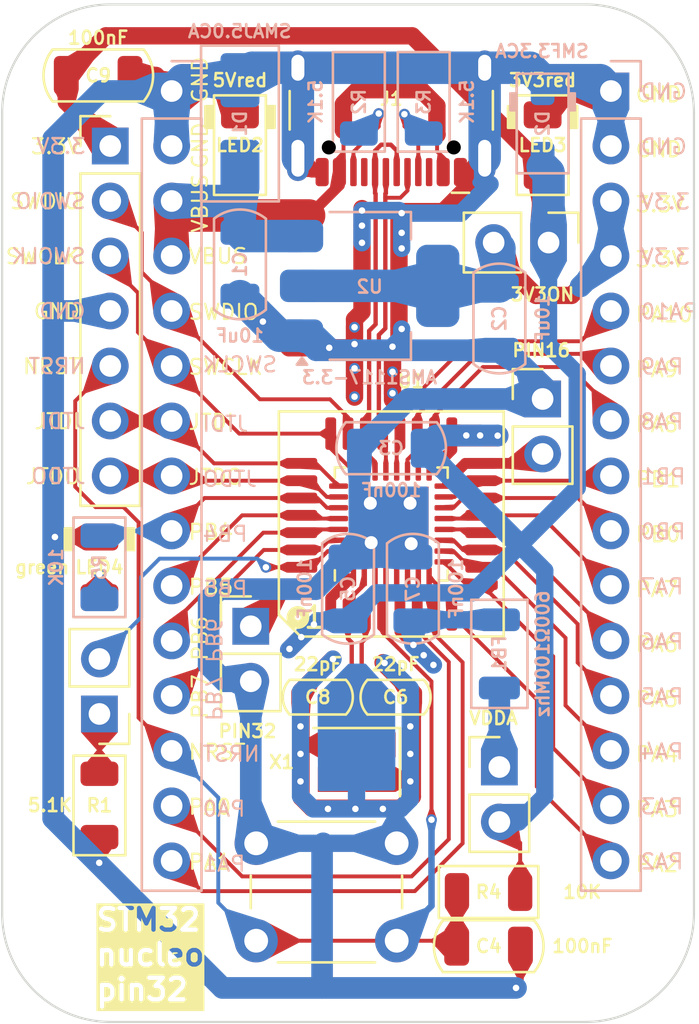
<source format=kicad_pcb>
(kicad_pcb (version 20241229) (generator "pcbnew") (generator_version "9.0")
  (layers (0 "F.Cu" signal) (2 "B.Cu" signal) (13 "F.Paste" user) (15 "B.Paste" user) (5 "F.SilkS" user "F.Silkscreen") (7 "B.SilkS" user "B.Silkscreen") (1 "F.Mask" user) (3 "B.Mask" user) (25 "Edge.Cuts" user))
  (net 0 "")
  (net 1 "VBUS")
  (net 2 "GND")
  (net 3 "/USB-")
  (net 4 "+3.3V")
  (net 5 "/NRST")
  (net 6 "VDDA")
  (net 7 "Net-(J8-Pin_1)")
  (net 9 "Net-(J1-CC1)")
  (net 11 "Net-(J1-CC2)")
  (net 12 "/BOOT0")
  (net 13 "Net-(J2-Pin_2)")
  (net 14 "/VSS2")
  (net 15 "Net-(J4-Pin_1)")
  (net 16 "/PB1")
  (net 17 "/PB7")
  (net 18 "/PA9")
  (net 19 "/PB6")
  (net 20 "/PA8")
  (net 21 "/PB4")
  (net 22 "/PB0")
  (net 23 "/PB5")
  (net 24 "/PA10")
  (net 25 "/PA7")
  (net 26 "/PA1")
  (net 27 "/PIN3_3V")
  (net 28 "/PA3")
  (net 29 "/PA2")
  (net 30 "/PA0")
  (net 31 "/PA4")
  (net 32 "/PA6")
  (net 33 "/PA5")
  (net 34 "/USB+")
  (net 35 "/SWCLK")
  (net 36 "/SWDIO")
  (net 37 "Net-(LED4-A)")
  (net 38 "/OSC32-")
  (net 39 "/OSC32+")
  (net 40 "/JTDI")
  (net 41 "/JTDO")
  (footprint "PCM_Capacitor_SMD_AKL:C_0603_1608Metric" (layer "F.Cu") (at 100.2 108)
    (property "Reference" "C6")
    (property "Value" "22pF")
  )
  (footprint "PCM_Capacitor_SMD_AKL:C_1206_3216Metric" (layer "F.Cu") (at 104.5 119.5)
    (property "Reference" "C4")
    (property "Value" "100nF")
  )
  (footprint "Connector_USB:USB_C_Receptacle_HCTL_HC-TYPE-C-16P-01A" (layer "F.Cu") (at 100 80 180)
    (property "Reference" "J1")
    (property "Value" "USB_C_Receptacle_USB2.0_16P" (hide yes))
  )
  (footprint "PCM_Capacitor_SMD_AKL:C_0603_1608Metric" (layer "F.Cu") (at 96.6 108 180)
    (property "Reference" "C8")
    (property "Value" "22pF")
  )
  (footprint "PCM_LED_SMD_AKL:LED_1206_3216Metric" (layer "F.Cu") (at 86.5 102 -90)
    (property "Reference" "LED4")
    (property "Value" "green")
  )
  (footprint "Button_Switch_THT:SW_PUSH_6mm_H7.3mm" (layer "F.Cu") (at 93.75 114.75)
    (property "Reference" "SW1" (hide yes))
    (property "Value" "SW_Push" (hide yes))
  )
  (footprint "Crystal:Crystal_SMD_SeikoEpson_TSX3225-4Pin_3.2x2.5mm" (layer "F.Cu") (at 98.4 111 180)
    (property "Reference" "X1")
    (property "Value" "Crystal_Generic_GND24" (hide yes))
  )
  (footprint "PCM_LED_SMD_AKL:LED_1206_3216Metric" (layer "F.Cu") (at 93 82.5 -90)
    (property "Reference" "LED2")
    (property "Value" "5Vred")
  )
  (footprint "Connector_PinHeader_2.54mm:PinHeader_1x02_P2.54mm_Vertical" (layer "F.Cu") (at 105 111.225)
    (property "Reference" "J8" (hide yes))
    (property "Value" "Conn_01x02" (hide yes))
  )
  (footprint "PCM_LED_SMD_AKL:LED_1206_3216Metric" (layer "F.Cu") (at 107 82.5 -90)
    (property "Reference" "LED3")
    (property "Value" "3V3red")
  )
  (footprint "Library:LQFP-32_7x7mm_P0.8mm_QFN-32-1EP_5x5mm_P0.5mm_EP3.45x3.45mm" (layer "F.Cu") (at 100 100 90)
    (property "Reference" "U1")
    (property "Value" "STM32L432K_B-C_Ux" (hide yes))
  )
  (footprint "Connector_PinHeader_2.54mm:PinHeader_1x02_P2.54mm_Vertical" (layer "F.Cu") (at 107.275 87 -90)
    (property "Reference" "J6" (hide yes))
    (property "Value" "Conn_01x02" (hide yes))
  )
  (footprint "Connector_PinHeader_2.54mm:PinHeader_1x02_P2.54mm_Vertical" (layer "F.Cu") (at 107 94.225)
    (property "Reference" "J3" (hide yes))
    (property "Value" "Conn_01x02" (hide yes))
  )
  (footprint "PCM_Resistor_SMD_AKL:R_1206_3216Metric" (layer "F.Cu") (at 104.5 117 180)
    (property "Reference" "R4")
    (property "Value" "10K")
  )
  (footprint "Connector_PinHeader_2.54mm:PinHeader_1x07_P2.54mm_Vertical" (layer "F.Cu") (at 87 82.54)
    (property "Reference" "J16" (hide yes))
    (property "Value" "Conn_01x07" (hide yes))
  )
  (footprint "PCM_Resistor_SMD_AKL:R_1206_3216Metric" (layer "F.Cu") (at 86.5 113 90)
    (property "Reference" "R1")
    (property "Value" "5.1K")
  )
  (footprint "PCM_Capacitor_SMD_AKL:C_1206_3216Metric" (layer "F.Cu") (at 86.44 79.28)
    (property "Reference" "C9")
    (property "Value" "100nF")
  )
  (footprint "Connector_PinHeader_2.54mm:PinHeader_1x02_P2.54mm_Vertical" (layer "F.Cu") (at 86.5 108.775 180)
    (property "Reference" "J2" (hide yes))
    (property "Value" "Conn_01x02" (hide yes))
  )
  (footprint "Connector_PinHeader_2.54mm:PinHeader_1x02_P2.54mm_Vertical" (layer "F.Cu") (at 93.5 104.725)
    (property "Reference" "J4" (hide yes))
    (property "Value" "Conn_01x02" (hide yes))
  )
  (footprint "PCM_Capacitor_SMD_AKL:C_1206_3216Metric" (layer "B.Cu") (at 93 88 -90)
    (property "Reference" "C1")
    (property "Value" "10uF")
  )
  (footprint "PCM_Resistor_SMD_AKL:R_1206_3216Metric" (layer "B.Cu") (at 98.5 80.5 90)
    (property "Reference" "R2")
    (property "Value" "5.1K")
  )
  (footprint "PCM_Capacitor_SMD_AKL:C_1206_3216Metric" (layer "B.Cu") (at 105 90.5 -90)
    (property "Reference" "C2")
    (property "Value" "10uF")
  )
  (footprint "PCM_Capacitor_SMD_AKL:C_1206_3216Metric" (layer "B.Cu") (at 98 103 90)
    (property "Reference" "C5")
    (property "Value" "100nF")
  )
  (footprint "Connector_PinHeader_2.54mm:PinHeader_1x15_P2.54mm_Vertical" (layer "B.Cu") (at 110.16 80 180)
    (property "Reference" "J7" (hide yes))
    (property "Value" "Conn_01x15" (hide yes))
  )
  (footprint "Connector_PinHeader_2.54mm:PinHeader_1x15_P2.54mm_Vertical" (layer "B.Cu") (at 89.84 80 180)
    (property "Reference" "J5" (hide yes))
    (property "Value" "Conn_01x15" (hide yes))
  )
  (footprint "PCM_Diode_SMD_AKL:D_SMA_TVS" (layer "B.Cu") (at 93 81.5 -90)
    (property "Reference" "D1")
    (property "Value" "SMAJ5.0CA")
  )
  (footprint "Package_TO_SOT_SMD:SOT-223-3_TabPin2" (layer "B.Cu") (at 99 89)
    (property "Reference" "U2")
    (property "Value" "AMS1117-3.3")
  )
  (footprint "PCM_Diode_SMD_AKL:D_SOD-123F" (layer "B.Cu") (at 107 81.5 -90)
    (property "Reference" "D2")
    (property "Value" "SMF3.3CA")
  )
  (footprint "PCM_Capacitor_SMD_AKL:C_1206_3216Metric" (layer "B.Cu") (at 101 103 90)
    (property "Reference" "C7")
    (property "Value" "100nF")
  )
  (footprint "PCM_Resistor_SMD_AKL:R_1206_3216Metric" (layer "B.Cu") (at 101.5 80.5 90)
    (property "Reference" "R3")
    (property "Value" "5.1K")
  )
  (footprint "PCM_Ferrite_SMD_AKL:Ferrite_1206_3216Metric" (layer "B.Cu") (at 105 106 90)
    (property "Reference" "FB1")
    (property "Value" "600Ω100Mhz")
  )
  (footprint "PCM_Resistor_SMD_AKL:R_1206_3216Metric" (layer "B.Cu") (at 86.5 102 -90)
    (property "Reference" "R5")
    (property "Value" "10K")
  )
  (footprint "PCM_Capacitor_SMD_AKL:C_1206_3216Metric" (layer "B.Cu") (at 100 96.5 180)
    (property "Reference" "C3")
    (property "Value" "100nF")
  )
  (gr_poly (pts (xy 98.07 106.55) (xy 96.69 107.94) (xy 96.71 112.24) (xy 100.09 112.21) (xy 100.08 107.99) (xy 98.77 106.55)) (stroke (width 0.2)) (fill yes) (layer "B.Cu") (net 2))
  (gr_rect (start 98.38 98.37) (end 101.62 101.65) (stroke (width 0.2)) (fill yes) (layer "B.Cu") (net 2))
  (gr_line (start 114 81) (end 114 118) (stroke (width 0.1)) (layer "Edge.Cuts"))
  (gr_line (start 82 118) (end 82 81) (stroke (width 0.1)) (layer "Edge.Cuts"))
  (gr_arc (start 82 81) (mid 83.464466 77.464466) (end 87 76) (stroke (width 0.1)) (layer "Edge.Cuts"))
  (gr_line (start 87 76) (end 109 76) (stroke (width 0.1)) (layer "Edge.Cuts"))
  (gr_arc (start 114 118) (mid 112.535534 121.535534) (end 109 123) (stroke (width 0.1)) (layer "Edge.Cuts"))
  (gr_arc (start 109 76) (mid 112.535534 77.464466) (end 114 81) (stroke (width 0.1)) (layer "Edge.Cuts"))
  (gr_line (start 109 123) (end 87 123) (stroke (width 0.1)) (layer "Edge.Cuts"))
  (gr_arc (start 87 123) (mid 83.464466 121.535534) (end 82 118) (stroke (width 0.1)) (layer "Edge.Cuts"))
  (gr_text "GND\n" (at 91.56 83.65 90) (layer "F.SilkS") (effects (font (size 0.7 0.7) (thickness 0.1)) (justify left bottom)))
  (gr_text "PIN32" (at 91.94 109.92 0) (layer "F.SilkS") (effects (font (size 0.6 0.6) (thickness 0.12) (bold yes)) (justify left bottom)))
  (gr_text "SWDIO" (at 82.3 85.51 0) (layer "F.SilkS") (effects (font (size 0.7 0.7) (thickness 0.1)) (justify left bottom)))
  (gr_text "SWDIO" (at 90.56 90.62 0) (layer "F.SilkS") (effects (font (size 0.7 0.7) (thickness 0.1)) (justify left bottom)))
  (gr_text "PA7" (at 111.24 103.43 0) (layer "F.SilkS") (effects (font (size 0.7 0.7) (thickness 0.1)) (justify left bottom)))
  (gr_text "PA9" (at 111.24 93.27 0) (layer "F.SilkS") (effects (font (size 0.7 0.7) (thickness 0.1)) (justify left bottom)))
  (gr_text "3.3V" (at 111.24 85.65 0) (layer "F.SilkS") (effects (font (size 0.7 0.7) (thickness 0.1)) (justify left bottom)))
  (gr_text "NRST" (at 90.56 110.94 0) (layer "F.SilkS") (effects (font (size 0.7 0.7) (thickness 0.1)) (justify left bottom)))
  (gr_text "JTDI" (at 83.433334 95.67 0) (layer "F.SilkS") (effects (font (size 0.7 0.7) (thickness 0.1)) (justify left bottom)))
  (gr_text "JTDI" (at 90.56 95.7 0) (layer "F.SilkS") (effects (font (size 0.7 0.7) (thickness 0.1)) (justify left bottom)))
  (gr_text "VBUS" (at 90.56 88.04 0) (layer "F.SilkS") (effects (font (size 0.7 0.7) (thickness 0.1)) (justify left bottom)))
  (gr_text "JTDO" (at 90.56 98.24 0) (layer "F.SilkS") (effects (font (size 0.7 0.7) (thickness 0.1)) (justify left bottom)))
  (gr_text "GND\n" (at 91.56 80.61 90) (layer "F.SilkS") (effects (font (size 0.7 0.7) (thickness 0.1)) (justify left bottom)))
  (gr_text "PB5" (at 90.56 103.32 0) (layer "F.SilkS") (effects (font (size 0.7 0.7) (thickness 0.1)) (justify left bottom)))
  (gr_text "PA4" (at 111.24 111.05 0) (layer "F.SilkS") (effects (font (size 0.7 0.7) (thickness 0.1)) (justify left bottom)))
  (gr_text "SWCLK" (at 90.56 93.16 0) (layer "F.SilkS") (effects (font (size 0.7 0.7) (thickness 0.1)) (justify left bottom)))
  (gr_text "NRST" (at 82.9 93.13 0) (layer "F.SilkS") (effects (font (size 0.7 0.7) (thickness 0.1)) (justify left bottom)))
  (gr_text "PA1" (at 90.56 116.02 0) (layer "F.SilkS") (effects (font (size 0.7 0.7) (thickness 0.1)) (justify left bottom)))
  (gr_text "PB4" (at 90.56 100.78 0) (layer "F.SilkS") (effects (font (size 0.7 0.7) (thickness 0.1)) (justify left bottom)))
  (gr_text "PA2" (at 111.24 116.13 0) (layer "F.SilkS") (effects (font (size 0.7 0.7) (thickness 0.1)) (justify left bottom)))
  (gr_text "VDDA" (at 103.53 109.32 0) (layer "F.SilkS") (effects (font (size 0.6 0.6) (thickness 0.12) (bold yes)) (justify left bottom)))
  (gr_text "3V3ON" (at 105.46 89.75 0) (layer "F.SilkS") (effects (font (size 0.6 0.6) (thickness 0.12) (bold yes)) (justify left bottom)))
  (gr_text "PB6" (at 91.56 106.38 90) (layer "F.SilkS") (effects (font (size 0.7 0.7) (thickness 0.1)) (justify left bottom)))
  (gr_text "PB7" (at 91.56 109.07 90) (layer "F.SilkS") (effects (font (size 0.7 0.7) (thickness 0.1)) (justify left bottom)))
  (gr_text "PA6" (at 111.24 105.97 0) (layer "F.SilkS") (effects (font (size 0.7 0.7) (thickness 0.1)) (justify left bottom)))
  (gr_text "GND\n" (at 111.24 80.57 0) (layer "F.SilkS") (effects (font (size 0.7 0.7) (thickness 0.1)) (justify left bottom)))
  (gr_text "PB0" (at 111.24 100.89 0) (layer "F.SilkS") (effects (font (size 0.7 0.7) (thickness 0.1)) (justify left bottom)))
  (gr_text "GND\n" (at 111.24 83.11 0) (layer "F.SilkS") (effects (font (size 0.7 0.7) (thickness 0.1)) (justify left bottom)))
  (gr_text "PA0" (at 90.56 113.48 0) (layer "F.SilkS") (effects (font (size 0.7 0.7) (thickness 0.1)) (justify left bottom)))
  (gr_text "PB1" (at 111.24 98.35 0) (layer "F.SilkS") (effects (font (size 0.7 0.7) (thickness 0.1)) (justify left bottom)))
  (gr_text "PA8" (at 111.24 95.81 0) (layer "F.SilkS") (effects (font (size 0.7 0.7) (thickness 0.1)) (justify left bottom)))
  (gr_text "3.3V" (at 111.24 88.19 0) (layer "F.SilkS") (effects (font (size 0.7 0.7) (thickness 0.1)) (justify left bottom)))
  (gr_text "JTDO" (at 83.033334 98.21 0) (layer "F.SilkS") (effects (font (size 0.7 0.7) (thickness 0.1)) (justify left bottom)))
  (gr_text "PIN16" (at 105.53 92.33 0) (layer "F.SilkS") (effects (font (size 0.6 0.6) (thickness 0.12) (bold yes)) (justify left bottom)))
  (gr_text "STM32\nnucleo\npin32" (at 86.25 122.09 0) (layer "F.SilkS" knockout) (effects (font (size 1 1) (thickness 0.2) (bold yes)) (justify left bottom)))
  (gr_text "SWCLK" (at 82.099999 88.05 0) (layer "F.SilkS") (effects (font (size 0.7 0.7) (thickness 0.1)) (justify left bottom)))
  (gr_text "PA10" (at 111.24 90.73 0) (layer "F.SilkS") (effects (font (size 0.7 0.7) (thickness 0.1)) (justify left bottom)))
  (gr_text "VBUS" (at 91.56 86.6 90) (layer "F.SilkS") (effects (font (size 0.7 0.7) (thickness 0.1)) (justify left bottom)))
  (gr_text "PA5" (at 111.24 108.51 0) (layer "F.SilkS") (effects (font (size 0.7 0.7) (thickness 0.1)) (justify left bottom)))
  (gr_text "GND" (at 83.4 90.59 0) (layer "F.SilkS") (effects (font (size 0.7 0.7) (thickness 0.1)) (justify left bottom)))
  (gr_text "PA3" (at 111.24 113.59 0) (layer "F.SilkS") (effects (font (size 0.7 0.7) (thickness 0.1)) (justify left bottom)))
  (gr_text "3.3V" (at 83.266666 82.97 0) (layer "F.SilkS") (effects (font (size 0.7 0.7) (thickness 0.1)) (justify left bottom)))
  (gr_text "PB5" (at 93.41 103.41 -0) (layer "B.SilkS") (effects (font (size 0.7 0.7) (thickness 0.1)) (justify left bottom mirror)))
  (gr_text "NRST" (at 85.92 93.12 -0) (layer "B.SilkS") (effects (font (size 0.7 0.7) (thickness 0.1)) (justify left bottom mirror)))
  (gr_text "JTDO" (at 85.92 98.2 -0) (layer "B.SilkS") (effects (font (size 0.7 0.7) (thickness 0.1)) (justify left bottom mirror)))
  (gr_text "JTDI" (at 93.443332 95.79 -0) (layer "B.SilkS") (effects (font (size 0.7 0.7) (thickness 0.1)) (justify left bottom mirror)))
  (gr_text "PA9" (at 113.57 93.14 -0) (layer "B.SilkS") (effects (font (size 0.7 0.7) (thickness 0.1)) (justify left bottom mirror)))
  (gr_text "GND" (at 85.92 90.58 -0) (layer "B.SilkS") (effects (font (size 0.7 0.7) (thickness 0.1)) (justify left bottom mirror)))
  (gr_text "JTDI" (at 85.92 95.66 -0) (layer "B.SilkS") (effects (font (size 0.7 0.7) (thickness 0.1)) (justify left bottom mirror)))
  (gr_text "PA7" (at 113.57 103.3 -0) (layer "B.SilkS") (effects (font (size 0.7 0.7) (thickness 0.1)) (justify left bottom mirror)))
  (gr_text "PA6" (at 113.57 105.84 -0) (layer "B.SilkS") (effects (font (size 0.7 0.7) (thickness 0.1)) (justify left bottom mirror)))
  (gr_text "GND\n" (at 113.736666 80.44 -0) (layer "B.SilkS") (effects (font (size 0.7 0.7) (thickness 0.1)) (justify left bottom mirror)))
  (gr_text "PB1" (at 113.67 98.22 -0) (layer "B.SilkS") (effects (font (size 0.7 0.7) (thickness 0.1)) (justify left bottom mirror)))
  (gr_text "3.3V" (at 85.92 82.96 -0) (layer "B.SilkS") (effects (font (size 0.7 0.7) (thickness 0.1)) (justify left bottom mirror)))
  (gr_text "3.3V" (at 113.87 88.06 -0) (layer "B.SilkS") (effects (font (size 0.7 0.7) (thickness 0.1)) (justify left bottom mirror)))
  (gr_text "NRST" (at 93.976666 111.03 -0) (layer "B.SilkS") (effects (font (size 0.7 0.7) (thickness 0.1)) (justify left bottom mirror)))
  (gr_text "PB0" (at 113.67 100.76 -0) (layer "B.SilkS") (effects (font (size 0.7 0.7) (thickness 0.1)) (justify left bottom mirror)))
  (gr_text "PB7" (at 91.353333 109.16 -90) (layer "B.SilkS") (effects (font (size 0.7 0.7) (thickness 0.1)) (justify left bottom mirror)))
  (gr_text "PB6" (at 91.353333 106.47 -90) (layer "B.SilkS") (effects (font (size 0.7 0.7) (thickness 0.1)) (justify left bottom mirror)))
  (gr_text "JTDO" (at 93.843332 98.33 -0) (layer "B.SilkS") (effects (font (size 0.7 0.7) (thickness 0.1)) (justify left bottom mirror)))
  (gr_text "PA2" (at 113.57 116 -0) (layer "B.SilkS") (effects (font (size 0.7 0.7) (thickness 0.1)) (justify left bottom mirror)))
  (gr_text "SWCLK" (at 85.92 88.04 -0) (layer "B.SilkS") (effects (font (size 0.7 0.7) (thickness 0.1)) (justify left bottom mirror)))
  (gr_text "SWDIO" (at 85.92 85.5 -0) (layer "B.SilkS") (effects (font (size 0.7 0.7) (thickness 0.1)) (justify left bottom mirror)))
  (gr_text "PA4" (at 113.57 110.92 -0) (layer "B.SilkS") (effects (font (size 0.7 0.7) (thickness 0.1)) (justify left bottom mirror)))
  (gr_text "SWCLK" (at 94.776667 93.04 -0) (layer "B.SilkS") (effects (font (size 0.7 0.7) (thickness 0.1)) (justify left bottom mirror)))
  (gr_text "GND\n" (at 113.736666 82.98 -0) (layer "B.SilkS") (effects (font (size 0.7 0.7) (thickness 0.1)) (justify left bottom mirror)))
  (gr_text "PA8" (at 113.57 95.68 -0) (layer "B.SilkS") (effects (font (size 0.7 0.7) (thickness 0.1)) (justify left bottom mirror)))
  (gr_text "PA3" (at 113.57 113.46 -0) (layer "B.SilkS") (effects (font (size 0.7 0.7) (thickness 0.1)) (justify left bottom mirror)))
  (gr_text "PA1" (at 93.31 116.11 -0) (layer "B.SilkS") (effects (font (size 0.7 0.7) (thickness 0.1)) (justify left bottom mirror)))
  (gr_text "PA10" (at 114.236667 90.6 -0) (layer "B.SilkS") (effects (font (size 0.7 0.7) (thickness 0.1)) (justify left bottom mirror)))
  (gr_text "PA5" (at 113.57 108.38 -0) (layer "B.SilkS") (effects (font (size 0.7 0.7) (thickness 0.1)) (justify left bottom mirror)))
  (gr_text "3.3V" (at 113.87 85.52 -0) (layer "B.SilkS") (effects (font (size 0.7 0.7) (thickness 0.1)) (justify left bottom mirror)))
  (gr_text "PA0" (at 93.31 113.57 -0) (layer "B.SilkS") (effects (font (size 0.7 0.7) (thickness 0.1)) (justify left bottom mirror)))
  (gr_text "PB4" (at 93.41 100.87 -0) (layer "B.SilkS") (effects (font (size 0.7 0.7) (thickness 0.1)) (justify left bottom mirror)))
  (segment (start 102.12 82.01) (end 102.12 82.791008) (width 0.18) (layer "F.Cu") (net 1))
  (segment (start 97.79 81.82) (end 97.786 81.816) (width 0.8) (layer "F.Cu") (net 1))
  (segment (start 102.11 80.68) (end 102.11 82) (width 0.8) (layer "F.Cu") (net 1))
  (segment (start 90.51 85.75) (end 89.84 85.08) (width 1.5) (layer "F.Cu") (net 1))
  (segment (start 102.12 82.791008) (end 102.4 83.071008) (width 0.18) (layer "F.Cu") (net 1))
  (segment (start 89.84 87.62) (end 89.84 85.08) (width 1.5) (layer "F.Cu") (net 1))
  (segment (start 101.37 79.94) (end 102.11 80.68) (width 0.8) (layer "F.Cu") (net 1))
  (segment (start 93 85.75) (end 93 83.9) (width 0.3) (layer "F.Cu") (net 1))
  (segment (start 97.79 81.82) (end 97.79 83.555) (width 0.18) (layer "F.Cu") (net 1))
  (segment (start 97.6 84.350104) (end 96.200104 85.75) (width 0.5) (layer "F.Cu") (net 1))
  (segment (start 96.200104 85.75) (end 90.51 85.75) (width 1.5) (layer "F.Cu") (net 1))
  (segment (start 97.6 83.745) (end 97.6 84.350104) (width 0.5) (layer "F.Cu") (net 1))
  (segment (start 98.45 79.94) (end 101.37 79.94) (width 0.8) (layer "F.Cu") (net 1))
  (segment (start 97.786 81.816) (end 97.786 80.604) (width 0.8) (layer "F.Cu") (net 1))
  (segment (start 97.786 80.604) (end 98.45 79.94) (width 0.8) (layer "F.Cu") (net 1))
  (segment (start 102.11 82) (end 102.12 82.01) (width 0.8) (layer "F.Cu") (net 1))
  (segment (start 102.4 83.071008) (end 102.4 83.745) (width 0.18) (layer "F.Cu") (net 1))
  (segment (start 93.175 86.7) (end 93 86.525) (width 1.5) (layer "B.Cu") (net 1))
  (segment (start 95.85 86.7) (end 93.175 86.7) (width 1.5) (layer "B.Cu") (net 1))
  (segment (start 93 83.5) (end 93 86.525) (width 1.5) (layer "B.Cu") (net 1))
  (segment (start 93 85.08) (end 93 83.5) (width 1.5) (layer "B.Cu") (net 1))
  (segment (start 89.84 85.08) (end 93 85.08) (width 1.5) (layer "B.Cu") (net 1))
  (segment (start 95.825 107.715) (end 97.3 106.24) (width 0.8) (layer "F.Cu") (net 2))
  (segment (start 98.3 92.81) (end 98.3 94.12) (width 0.8) (layer "F.Cu") (net 2))
  (segment (start 98.644 87.01) (end 98.644 86.22) (width 0.8) (layer "F.Cu") (net 2))
  (segment (start 98.3 94.12) (end 98.3 94.14) (width 0.8) (layer "F.Cu") (net 2))
  (segment (start 110.15 80.01) (end 110.16 80) (width 1) (layer "F.Cu") (net 2))
  (segment (start 98.3 90.544) (end 98.3 90.91) (width 0.8) (layer "F.Cu") (net 2))
  (segment (start 100.056 93.96) (end 100.056 91.81) (width 0.8) (layer "F.Cu") (net 2))
  (segment (start 98.3 91.86) (end 97.13 91.86) (width 0.8) (layer "F.Cu") (net 2))
  (segment (start 105.78 121.43) (end 105.975001 121.234999) (width 0.3) (layer "F.Cu") (net 2))
  (segment (start 98.3 91.86) (end 98.3 92.81) (width 0.8) (layer "F.Cu") (net 2))
  (segment (start 104.32 83.655) (end 102.405 85.57) (width 0.8) (layer "F.Cu") (net 2))
  (segment (start 100.356 91.51) (end 100.356 90.866) (width 0.8) (layer "F.Cu") (net 2))
  (segment (start 103.2 83.745) (end 103.68 83.745) (width 0.5) (layer "F.Cu") (net 2))
  (segment (start 91.9 80) (end 93 81.1) (width 0.3) (layer "F.Cu") (net 2))
  (segment (start 97.13 91.86) (end 95.27 91.86) (width 0.8) (layer "F.Cu") (net 2))
  (segment (start 100.975 108) (end 100.975 107.761282) (width 0.8) (layer "F.Cu") (net 2))
  (segment (start 98.3 91.69) (end 98.3 91.86) (width 0.8) (layer "F.Cu") (net 2))
  (segment (start 95.835 110.2) (end 95.825 110.19) (width 0.5) (layer "F.Cu") (net 2))
  (segment (start 96.32 83.745) (end 95.68 83.105) (width 0.5) (layer "F.Cu") (net 2))
  (segment (start 100.056 91.81) (end 100.356 91.51) (width 0.8) (layer "F.Cu") (net 2))
  (segment (start 100.056 92.97) (end 100.056 91.81) (width 0.8) (layer "F.Cu") (net 2))
  (segment (start 98.644 85.52) (end 98.644 85.43) (width 0.8) (layer "F.Cu") (net 2))
  (segment (start 98.3 94.12) (end 98.3 90.91) (width 0.8) (layer "F.Cu") (net 2))
  (segment (start 95.27 91.86) (end 94.06 90.65) (width 0.8) (layer "F.Cu") (net 2))
  (segment (start 98.3 90.91) (end 98.3 91.69) (width 0.8) (layer "F.Cu") (net 2))
  (segment (start 100.975 108) (end 100.975 112.595) (width 0.8) (layer "F.Cu") (net 2))
  (segment (start 100.975 107.761282) (end 99.621859 106.408141) (width 0.8) (layer "F.Cu") (net 2))
  (segment (start 86.5 115.64) (end 86.49 115.65) (width 0.3) (layer "F.Cu") (net 2))
  (segment (start 98.644 90.2) (end 98.3 90.544) (width 0.8) (layer "F.Cu") (net 2))
  (segment (start 86.5 100.600001) (end 84.44 100.6) (width 0.3) (layer "F.Cu") (net 2))
  (segment (start 99.5 111.8) (end 100.79 111.8) (width 0.5) (layer "F.Cu") (net 2))
  (segment (start 100.356 85.764) (end 100.48 85.64) (width 0.8) (layer "F.Cu") (net 2))
  (segment (start 100.356 90.866) (end 100.356 85.764) (width 0.8) (layer "F.Cu") (net 2))
  (segment (start 96.333 113.13) (end 100.44 113.13) (width 0.8) (layer "F.Cu") (net 2))
  (segment (start 95.825 110.19) (end 95.825 112.622) (width 0.8) (layer "F.Cu") (net 2))
  (segment (start 97.3 110.2) (end 95.835 110.2) (width 0.5) (layer "F.Cu") (net 2))
  (segment (start 100.975 112.595) (end 100.44 113.13) (width 0.8) (layer "F.Cu") (net 2))
  (segment (start 108.09 80.01) (end 110.15 80.01) (width 1) (layer "F.Cu") (net 2))
  (segment (start 98.644 86.22) (end 98.644 85.52) (width 0.8) (layer "F.Cu") (net 2))
  (segment (start 104.32 83.105) (end 104.32 83.655) (width 0.8) (layer "F.Cu") (net 2))
  (segment (start 100.056 94.266144) (end 100.056 93.96) (width 0.8) (layer "F.Cu") (net 2))
  (segment (start 107 81.1) (end 108.09 80.01) (width 1) (layer "F.Cu") (net 2))
  (segment (start 99.621859 106.408141) (end 99.621858 106.408141) (width 0.8) (layer "F.Cu") (net 2))
  (segment (start 87.915001 79.28) (end 89.12 79.28) (width 0.8) (layer "F.Cu") (net 2))
  (segment (start 102.405 85.57) (end 100.48 85.57) (width 0.8) (layer "F.Cu") (net 2))
  (segment (start 100.79 111.8) (end 100.88 111.89) (width 0.5) (layer "F.Cu") (net 2))
  (segment (start 95.825 112.622) (end 96.333 113.13) (width 0.8) (layer "F.Cu") (net 2))
  (segment (start 89.84 80) (end 91.9 80) (width 0.3) (layer "F.Cu") (net 2))
  (segment (start 86.5 114.4625) (end 86.5 115.64) (width 0.3) (layer "F.Cu") (net 2))
  (segment (start 100.48 85.64) (end 100.48 85.57) (width 0.8) (layer "F.Cu") (net 2))
  (segment (start 105.77 121.43) (end 105.78 121.43) (width 0.3) (layer "F.Cu") (net 2))
  (segment (start 98.644 90.2) (end 98.644 87.01) (width 0.8) (layer "F.Cu") (net 2))
  (segment (start 95.825 108) (end 95.825 107.715) (width 0.8) (layer "F.Cu") (net 2))
  (segment (start 89.12 79.28) (end 89.84 80) (width 0.8) (layer "F.Cu") (net 2))
  (segment (start 100.056 93.96) (end 100.056 92.97) (width 0.8) (layer "F.Cu") (net 2))
  (segment (start 105.975001 121.234999) (end 105.975001 119.5) (width 0.3) (layer "F.Cu") (net 2))
  (segment (start 96.8 83.745) (end 96.32 83.745) (width 0.5) (layer "F.Cu") (net 2))
  (segment (start 103.68 83.745) (end 104.32 83.105) (width 0.5) (layer "F.Cu") (net 2))
  (segment (start 95.825 108) (end 95.825 110.19) (width 0.8) (layer "F.Cu") (net 2))
  (via (at 100.48 86.55) (size 0.5) (drill 0.3) (layers "F.Cu" "B.Cu") (net 2))
  (via (at 98.3 91.69) (size 0.5) (drill 0.3) (layers "F.Cu" "B.Cu") (net 2))
  (via (at 98.644 87.01) (size 0.5) (drill 0.3) (layers "F.Cu" "B.Cu") (net 2))
  (via (at 105.77 121.43) (size 0.5) (drill 0.3) (layers "F.Cu" "B.Cu") (net 2))
  (via (at 100.48 87.27) (size 0.5) (drill 0.3) (layers "F.Cu" "B.Cu") (net 2))
  (via (at 98.3 90.91) (size 0.5) (drill 0.3) (layers "F.Cu" "B.Cu") (net 2))
  (via (at 100.056 91.81) (size 0.5) (drill 0.3) (layers "F.Cu" "B.Cu") (net 2))
  (via (at 97.07 113.16) (size 0.5) (drill 0.3) (layers "F.Cu" "B.Cu") (net 2))
  (via (at 95.8 110.62) (size 0.5) (drill 0.3) (layers "F.Cu" "B.Cu") (net 2))
  (via (at 99.03 99.04) (size 1.27) (drill 0.6) (layers "F.Cu" "B.Cu") (net 2))
  (via (at 100.056 93.96) (size 0.5) (drill 0.3) (layers "F.Cu" "B.Cu") (net 2))
  (via (at 100.92 100.91) (size 1.27) (drill 0.6) (layers "F.Cu" "B.Cu") (net 2))
  (via (at 97.13 91.86) (size 0.5) (drill 0.3) (layers "F.Cu" "B.Cu") (net 2))
  (via (at 100.48 85.64) (size 0.5) (drill 0.3) (layers "F.Cu" "B.Cu") (net 2))
  (via (at 98.644 85.52) (size 0.5) (drill 0.3) (layers "F.Cu" "B.Cu") (net 2))
  (via (at 99.61 113.16) (size 0.5) (drill 0.3) (layers "F.Cu" "B.Cu") (net 2))
  (via (at 100.88 110.62) (size 0.5) (drill 0.3) (layers "F.Cu" "B.Cu") (net 2))
  (via (at 97.3 106.24) (size 0.5) (drill 0.3) (layers "F.Cu" "B.Cu") (net 2))
  (via (at 95.8 109.35) (size 0.5) (drill 0.3) (layers "F.Cu" "B.Cu") (net 2))
  (via (at 95.8 111.89) (size 0.5) (drill 0.3) (layers "F.Cu" "B.Cu") (net 2))
  (via (at 86.49 115.65) (size 0.5) (drill 0.3) (layers "F.Cu" "B.Cu") (net 2))
  (via (at 100.88 111.89) (size 0.5) (drill 0.3) (layers "F.Cu" "B.Cu") (net 2))
  (via (at 100.056 92.97) (size 0.5) (drill 0.3) (layers "F.Cu" "B.Cu") (net 2))
  (via (at 94.06 90.65) (size 0.5) (drill 0.3) (layers "F.Cu" "B.Cu") (net 2))
  (via (at 100.48 90.99) (size 0.5) (drill 0.3) (layers "F.Cu" "B.Cu") (net 2))
  (via (at 98.34 113.16) (size 0.5) (drill 0.3) (layers "F.Cu" "B.Cu") (net 2))
  (via (at 100.87 99.04) (size 1.27) (drill 0.6) (layers "F.Cu" "B.Cu") (net 2))
  (via (at 99.07 100.86) (size 1.27) (drill 0.6) (layers "F.Cu" "B.Cu") (net 2))
  (via (at 98.3 94.12) (size 0.5) (drill 0.3) (layers "F.Cu" "B.Cu") (net 2))
  (via (at 100.88 109.35) (size 0.5) (drill 0.3) (layers "F.Cu" "B.Cu") (net 2))
  (via (at 98.3 92.81) (size 0.5) (drill 0.3) (layers "F.Cu" "B.Cu") (net 2))
  (via (at 84.44 100.6) (size 0.5) (drill 0.3) (layers "F.Cu" "B.Cu") (net 2))
  (via (at 98.644 86.22) (size 0.5) (drill 0.3) (layers "F.Cu" "B.Cu") (net 2))
  (via (at 99.69 106.42) (size 0.5) (drill 0.3) (layers "F.Cu" "B.Cu") (net 2))
  (segment (start 105 91.975) (end 96.525 91.975) (width 1) (layer "B.Cu") (net 2))
  (segment (start 103.23 85.64) (end 104.57 84.3) (width 0.8) (layer "B.Cu") (net 2))
  (segment (start 95.68 78.925) (end 93.575 78.925) (width 1.5) (layer "B.Cu") (net 2))
  (segment (start 100.48 85.64) (end 103.23 85.64) (width 0.8) (layer "B.Cu") (net 2))
  (segment (start 105.355 91.975) (end 107 93.62) (width 1) (layer "B.Cu") (net 2))
  (segment (start 101 101.525) (end 98 101.525) (width 1) (layer "B.Cu") (net 2))
  (segment (start 93.5 114.5) (end 93.75 114.75) (width 1) (layer "B.Cu") (net 2))
  (segment (start 100.28 113.16) (end 100.43 113.16) (width 0.8) (layer "B.Cu") (net 2))
  (segment (start 98.39 113.11) (end 98.34 113.16) (width 0.8) (layer "B.Cu") (net 2))
  (segment (start 91.55 106.517081) (end 92.297919 107.265) (width 1) (layer "B.Cu") (net 2))
  (segment (start 96.8 121.43) (end 96.8 114.8) (width 1) (layer "B.Cu") (net 2))
  (segment (start 95.85 91.3) (end 94.825 91.3) (width 1.5) (layer "B.Cu") (net 2))
  (segment (start 100.88 111.89) (end 100.88 109.35) (width 0.5) (layer "B.Cu") (net 2))
  (segment (start 107 93.62) (end 107 94.225) (width 1) (layer "B.Cu") (net 2))
  (segment (start 95.8 107.75) (end 95.8 109.35) (width 0.8) (layer "B.Cu") (net 2))
  (segment (start 107 79.5) (end 109.66 79.5) (width 1.5) (layer "B.Cu") (net 2))
  (segment (start 96.8 114.8) (end 96.85 114.75) (width 1) (layer "B.Cu") (net 2))
  (segment (start 89.84 82.54) (end 89.84 80) (width 1.5) (layer "B.Cu") (net 2))
  (segment (start 100.25 114.75) (end 100.25 113.19) (width 0.5) (layer "B.Cu") (net 2))
  (segment (start 87 90.16) (end 84.41 90.16) (width 1) (layer "B.Cu") (net 2))
  (segment (start 92.04 103.01) (end 91.55 103.5) (width 1) (layer "B.Cu") (net 2))
  (segment (start 110.16 80) (end 110.16 82.54) (width 1) (layer "B.Cu") (net 2))
  (segment (start 100.25 113.19) (end 100.28 113.16) (width 0.5) (layer "B.Cu") (net 2))
  (segment (start 96.39 113.16) (end 100.28 113.16) (width 0.8) (layer "B.Cu") (net 2))
  (segment (start 96.525 91.975) (end 95.85 91.3) (width 1) (layer "B.Cu") (net 2))
  (segment (start 90.34 79.5) (end 89.84 80) (width 1.5) (layer "B.Cu") (net 2))
  (segment (start 97.3 106.24) (end 97.3 106.25) (width 0.8) (layer "B.Cu") (net 2))
  (segment (start 84.36 113.6) (end 92.19 121.43) (width 1) (layer "B.Cu") (net 2))
  (segment (start 96.515 103.01) (end 92.04 103.01) (width 1) (layer "B.Cu") (net 2))
  (segment (start 101.01 109.22) (end 100.88 109.35) (width 0.5) (layer "B.Cu") (net 2))
  (segment (start 99.69 106.42) (end 101.01 107.74) (width 0.5) (layer "B.Cu") (net 2))
  (segment (start 101.01 107.74) (end 101.01 109.22) (width 0.5) (layer "B.Cu") (net 2))
  (segment (start 93.75 114.75) (end 96.85 114.75) (width 0.8) (layer "B.Cu") (net 2))
  (segment (start 93.575 78.925) (end 93 79.5) (width 1.5) (layer "B.Cu") (net 2))
  (segment (start 84.36 82.218) (end 84.36 90.11) (width 1) (layer "B.Cu") (net 2))
  (segment (start 100.28 113.16) (end 99.61 113.16) (width 0.5) (layer "B.Cu") (net 2))
  (segment (start 98.644 85.52) (end 100.36 85.52) (width 0.8) (layer "B.Cu") (net 2))
  (segment (start 100.88 111.89) (end 100.88 107.87) (width 0.8) (layer "B.Cu") (net 2))
  (segment (start 98.644 87.01) (end 98.644 85.52) (width 0.8) (layer "B.Cu") (net 2))
  (segment (start 100.43 113.16) (end 100.88 112.71) (width 0.8) (layer "B.Cu") (net 2))
  (segment (start 104.32 83.9) (end 104 84.22) (width 0.5) (layer "B.Cu") (net 2))
  (segment (start 98.525 101) (end 98 101.525) (width 1) (layer "B.Cu") (net 2))
  (segment (start 100.48 91.386) (end 100.056 91.81) (width 0.8) (layer "B.Cu") (net 2))
  (segment (start 96.39 113.16) (end 99.61 113.16) (width 0.5) (layer "B.Cu") (net 2))
  (segment (start 84.36 90.11) (end 84.36 113.6) (width 1) (layer "B.Cu") (net 2))
  (segment (start 100.88 112.71) (end 100.88 111.89) (width 0.8) (layer "B.Cu") (net 2))
  (segment (start 100.88 107.87) (end 101.01 107.74) (width 0.5) (layer "B.Cu") (net 2))
  (segment (start 93 79.5) (end 90.34 79.5) (width 1.5) (layer "B.Cu") (net 2))
  (segment (start 98 101.525) (end 96.515 103.01) (width 1) (layer "B.Cu") (net 2))
  (segment (start 84.41 90.16) (end 84.36 90.11) (width 1) (layer "B.Cu") (net 2))
  (segment (start 104.32 78.925) (end 104.32 83.105) (width 1.5) (layer "B.Cu") (net 2))
  (segment (start 98.525 96.5) (end 98.525 101) (width 1) (layer "B.Cu") (net 2))
  (segment (start 105 91.975) (end 105.355 91.975) (width 1) (layer "B.Cu") (net 2))
  (segment (start 107 94.225) (end 100.8 94.225) (width 1) (layer "B.Cu") (net 2))
  (segment (start 104.32 78.925) (end 106.425 78.925) (width 1.5) (layer "B.Cu") (net 2))
  (segment (start 100.48 87.27) (end 100.48 85.64) (width 0.8) (layer "B.Cu") (net 2))
  (segment (start 100.88 109.35) (end 100.88 107.61) (width 0.8) (layer "B.Cu") (net 2))
  (segment (start 92.297919 107.265) (end 93.5 107.265) (width 1) (layer "B.Cu") (net 2))
  (segment (start 96.85 114.75) (end 100.25 114.75) (width 0.8) (layer "B.Cu") (net 2))
  (segment (start 98.39 109.395) (end 98.39 113.11) (width 0.8) (layer "B.Cu") (net 2))
  (segment (start 94.825 91.3) (end 93 89.475) (width 1.5) (layer "B.Cu") (net 2))
  (segment (start 92.19 121.43) (end 96.8 121.43) (width 1) (layer "B.Cu") (net 2))
  (segment (start 96.8 121.43) (end 105.77 121.43) (width 1) (layer "B.Cu") (net 2))
  (segment (start 109.66 79.5) (end 110.16 80) (width 1.5) (layer "B.Cu") (net 2))
  (segment (start 100.88 107.61) (end 99.69 106.42) (width 0.8) (layer "B.Cu") (net 2))
  (segment (start 95.8 112.57) (end 96.39 113.16) (width 0.8) (layer "B.Cu") (net 2))
  (segment (start 93.5 107.265) (end 93.5 114.5) (width 1) (layer "B.Cu") (net 2))
  (segment (start 97.3 106.25) (end 95.8 107.75) (width 0.8) (layer "B.Cu") (net 2))
  (segment (start 95.68 78.925) (end 104.32 78.925) (width 1.5) (layer "B.Cu") (net 2))
  (segment (start 106.425 78.925) (end 107 79.5) (width 1.5) (layer "B.Cu") (net 2))
  (segment (start 95.8 109.35) (end 95.8 112.57) (width 0.8) (layer "B.Cu") (net 2))
  (segment (start 104.32 83.105) (end 104.32 83.9) (width 0.5) (layer "B.Cu") (net 2))
  (segment (start 100.36 85.52) (end 100.48 85.64) (width 0.8) (layer "B.Cu") (net 2))
  (segment (start 100.48 90.99) (end 100.48 91.386) (width 0.8) (layer "B.Cu") (net 2))
  (segment (start 95.68 78.925) (end 95.68 83.105) (width 1.5) (layer "B.Cu") (net 2))
  (segment (start 100.8 94.225) (end 98.525 96.5) (width 1) (layer "B.Cu") (net 2))
  (segment (start 89.84 80) (end 86.578 80) (width 1) (layer "B.Cu") (net 2))
  (segment (start 86.578 80) (end 84.36 82.218) (width 1) (layer "B.Cu") (net 2))
  (segment (start 91.55 103.5) (end 91.55 106.517081) (width 1) (layer "B.Cu") (net 2))
  (segment (start 99.725 90.963198) (end 99.725 84.93) (width 0.2) (layer "F.Cu") (net 3))
  (segment (start 99.6 95.825) (end 99.6 95.325) (width 0.2) (layer "F.Cu") (net 3))
  (segment (start 99.75 95.975) (end 99.6 95.825) (width 0.18) (layer "F.Cu") (net 3))
  (segment (start 100.42 84.93) (end 99.725 84.93) (width 0.18) (layer "F.Cu") (net 3))
  (segment (start 99.6 95.325) (end 99.425 95.15) (width 0.2) (layer "F.Cu") (net 3))
  (segment (start 100.75 84.6) (end 100.42 84.93) (width 0.18) (layer "F.Cu") (net 3))
  (segment (start 99.425 91.263198) (end 99.725 90.963198) (width 0.2) (layer "F.Cu") (net 3))
  (segment (start 99.725 84.745001) (end 99.75 84.720001) (width 0.2) (layer "F.Cu") (net 3))
  (segment (start 99.425 95.15) (end 99.425 91.263198) (width 0.2) (layer "F.Cu") (net 3))
  (segment (start 99.75 97.5625) (end 99.75 95.975) (width 0.18) (layer "F.Cu") (net 3))
  (segment (start 99.75 84.720001) (end 99.75 83.745) (width 0.2) (layer "F.Cu") (net 3))
  (segment (start 99.725 84.93) (end 99.725 84.745001) (width 0.2) (layer "F.Cu") (net 3))
  (segment (start 100.75 83.745) (end 100.75 84.6) (width 0.18) (layer "F.Cu") (net 3))
  (segment (start 96.58 104.48) (end 96.84 104.48) (width 0.8) (layer "F.Cu") (net 4))
  (segment (start 105.9625 114.7275) (end 105.9625 117) (width 0.18) (layer "F.Cu") (net 4))
  (segment (start 95.29 105.77) (end 96.58 104.48) (width 0.8) (layer "F.Cu") (net 4))
  (segment (start 98.1 102.53) (end 98.095001 102.53) (width 0.5) (layer "F.Cu") (net 4))
  (segment (start 102.8 95.825) (end 102.8 96.574999) (width 0.5) (layer "F.Cu") (net 4))
  (segment (start 102.8 96.574999) (end 101.964999 97.41) (width 0.5) (layer "F.Cu") (net 4))
  (segment (start 104.11 95.91) (end 103.12 95.91) (width 1) (layer "F.Cu") (net 4))
  (segment (start 107 83.9) (end 107 86.725) (width 1) (layer "F.Cu") (net 4))
  (segment (start 104.92 95.92) (end 103.13 95.92) (width 1) (layer "F.Cu") (net 4))
  (segment (start 103.13 95.92) (end 103.12 95.91) (width 1) (layer "F.Cu") (net 4))
  (segment (start 84.964999 79.28) (end 84.964999 80.504999) (width 0.8) (layer "F.Cu") (net 4))
  (segment (start 105 113.765) (end 105.9625 114.7275) (width 0.18) (layer "F.Cu") (net 4))
  (segment (start 101.964999 97.41) (end 101.89 97.41) (width 0.5) (layer "F.Cu") (net 4))
  (segment (start 107 83.48) (end 107 83.9) (width 0.8) (layer "F.Cu") (net 4))
  (segment (start 86.794999 77.45) (end 100.97 77.45) (width 0.8) (layer "F.Cu") (net 4))
  (segment (start 97.2 104.175) (end 97.2 103.425001) (width 0.5) (layer "F.Cu") (net 4))
  (segment (start 97.2 103.425001) (end 98.095001 102.53) (width 0.5) (layer "F.Cu") (net 4))
  (segment (start 103.12 95.91) (end 103.11 95.9) (width 1) (layer "F.Cu") (net 4))
  (segment (start 100.97 77.45) (end 107 83.48) (width 0.8) (layer "F.Cu") (net 4))
  (segment (start 84.964999 79.28) (end 86.794999 77.45) (width 0.8) (layer "F.Cu") (net 4))
  (segment (start 84.964999 80.504999) (end 87 82.54) (width 0.8) (layer "F.Cu") (net 4))
  (segment (start 107 86.725) (end 107.275 87) (width 1) (layer "F.Cu") (net 4))
  (via (at 95.29 105.77) (size 0.5) (drill 0.3) (layers "F.Cu" "B.Cu") (net 4))
  (via (at 96.42 104.64) (size 0.5) (drill 0.3) (layers "F.Cu" "B.Cu") (net 4))
  (via (at 104.92 95.92) (size 0.5) (drill 0.3) (layers "F.Cu" "B.Cu") (net 4))
  (via (at 95.835 105.225) (size 0.5) (drill 0.3) (layers "F.Cu" "B.Cu") (net 4))
  (via (at 104.11 95.91) (size 0.5) (drill 0.3) (layers "F.Cu" "B.Cu") (net 4))
  (via (at 103.47 95.91) (size 0.5) (drill 0.3) (layers "F.Cu" "B.Cu") (net 4))
  (segment (start 99.295 103.18) (end 98 104.475) (width 0.8) (layer "B.Cu") (net 4))
  (segment (start 104.11 95.91) (end 103.47 95.91) (width 1) (layer "B.Cu") (net 4))
  (segment (start 107.275 91.738) (end 108.6 93.063) (width 0.8) (layer "B.Cu") (net 4))
  (segment (start 96.42 104.64) (end 95.86 105.2) (width 0.8) (layer "B.Cu") (net 4))
  (segment (start 103.47 95.91) (end 102.065 95.91) (width 1) (layer "B.Cu") (net 4))
  (segment (start 107.275 87) (end 107.275 83.775) (width 1.5) (layer "B.Cu") (net 4))
  (segment (start 98 104.475) (end 96.585 104.475) (width 0.8) (layer "B.Cu") (net 4))
  (segment (start 104.91 95.91) (end 104.92 95.92) (width 1) (layer "B.Cu") (net 4))
  (segment (start 105.895 113.765) (end 105 113.765) (width 0.8) (layer "B.Cu") (net 4))
  (segment (start 105.94 100.99) (end 107.1 102.15) (width 0.8) (layer "B.Cu") (net 4))
  (segment (start 107.275 87) (end 107.275 91.738) (width 0.8) (layer "B.Cu") (net 4))
  (segment (start 96.585 104.475) (end 96.42 104.64) (width 0.8) (layer "B.Cu") (net 4))
  (segment (start 108.6 98.33) (end 105.94 100.99) (width 0.8) (layer "B.Cu") (net 4))
  (segment (start 108.6 93.063) (end 108.6 98.33) (width 0.8) (layer "B.Cu") (net 4))
  (segment (start 102.065 95.91) (end 101.475 96.5) (width 1) (layer "B.Cu") (net 4))
  (segment (start 103.75 103.18) (end 99.295 103.18) (width 0.8) (layer "B.Cu") (net 4))
  (segment (start 104.11 95.91) (end 104.91 95.91) (width 1) (layer "B.Cu") (net 4))
  (segment (start 95.29 105.77) (end 95.25 105.81) (width 0.8) (layer "B.Cu") (net 4))
  (segment (start 105.94 100.965) (end 105.94 100.99) (width 1) (layer "B.Cu") (net 4))
  (segment (start 107.1 112.56) (end 105.895 113.765) (width 0.8) (layer "B.Cu") (net 4))
  (segment (start 107.275 83.775) (end 107 83.5) (width 1.5) (layer "B.Cu") (net 4))
  (segment (start 95.835 105.225) (end 95.29 105.77) (width 0.8) (layer "B.Cu") (net 4))
  (segment (start 107.1 102.15) (end 107.1 112.56) (width 0.8) (layer "B.Cu") (net 4))
  (segment (start 101.475 96.5) (end 105.94 100.965) (width 1) (layer "B.Cu") (net 4))
  (segment (start 96.585 104.475) (end 95.835 105.225) (width 0.8) (layer "B.Cu") (net 4))
  (segment (start 105.94 100.99) (end 103.75 103.18) (width 0.8) (layer "B.Cu") (net 4))
  (segment (start 101.557859 106.97) (end 100.897901 106.310042) (width 0.18) (layer "F.Cu") (net 5))
  (segment (start 99.75 102.4375) (end 99.75 104.025) (width 0.18) (layer "F.Cu") (net 5))
  (segment (start 85.38 98.28) (end 85.38 94.32) (width 0.18) (layer "F.Cu") (net 5))
  (segment (start 101.86 113.66) (end 101.86 107.272141) (width 0.18) (layer "F.Cu") (net 5))
  (segment (start 100.897901 106.310042) (end 100.897901 106.307901) (width 0.18) (layer "F.Cu") (net 5))
  (segment (start 103.0375 117) (end 103.0375 119.487499) (width 0.18) (layer "F.Cu") (net 5))
  (segment (start 100.897901 106.307901) (end 99.6 105.01) (width 0.18) (layer "F.Cu") (net 5))
  (segment (start 87.61 99.22) (end 86.32 99.22) (width 0.18) (layer "F.Cu") (net 5))
  (segment (start 89.84 110.48) (end 88.31 108.95) (width 0.18) (layer "F.Cu") (net 5))
  (segment (start 101.86 107.272141) (end 99.6 105.012141) (width 0.18) (layer "F.Cu") (net 5))
  (segment (start 93.75 119.250001) (end 102.775 119.250001) (width 0.18) (layer "F.Cu") (net 5))
  (segment (start 99.6 105.01) (end 99.6 104.175) (width 0.18) (layer "F.Cu") (net 5))
  (segment (start 86.32 99.22) (end 85.38 98.28) (width 0.18) (layer "F.Cu") (net 5))
  (segment (start 99.6 105.012141) (end 99.6 104.175) (width 0.18) (layer "F.Cu") (net 5))
  (segment (start 85.38 94.32) (end 87 92.7) (width 0.18) (layer "F.Cu") (net 5))
  (segment (start 88.31 99.92) (end 87.61 99.22) (width 0.18) (layer "F.Cu") (net 5))
  (segment (start 103.0375 119.487499) (end 103.024999 119.5) (width 0.18) (layer "F.Cu") (net 5))
  (segment (start 102.775 119.250001) (end 103.024999 119.5) (width 0.18) (layer "F.Cu") (net 5))
  (segment (start 99.75 104.025) (end 99.6 104.175) (width 0.18) (layer "F.Cu") (net 5))
  (segment (start 88.31 108.95) (end 88.31 99.92) (width 0.18) (layer "F.Cu") (net 5))
  (via (at 101.86 113.66) (size 0.5) (drill 0.3) (layers "F.Cu" "B.Cu") (net 5))
  (segment (start 91.997926 112.637926) (end 91.997926 117.497927) (width 0.18) (layer "B.Cu") (net 5))
  (segment (start 89.84 110.48) (end 91.997926 112.637926) (width 0.18) (layer "B.Cu") (net 5))
  (segment (start 101.86 117.640001) (end 101.86 113.66) (width 0.3) (layer "B.Cu") (net 5))
  (segment (start 91.997926 117.497927) (end 93.75 119.250001) (width 0.18) (layer "B.Cu") (net 5))
  (segment (start 100.250001 119.25) (end 101.86 117.640001) (width 0.3) (layer "B.Cu") (net 5))
  (segment (start 101.023901 105.586099) (end 100.4 104.962198) (width 0.5) (layer "F.Cu") (net 6))
  (segment (start 101.95 106.51) (end 101.947802 106.51) (width 0.5) (layer "F.Cu") (net 6))
  (segment (start 100.4 104.962198) (end 100.4 104.175) (width 0.5) (layer "F.Cu") (net 6))
  (segment (start 101.947802 106.51) (end 101.023901 105.586099) (width 0.5) (layer "F.Cu") (net 6))
  (segment (start 100.25 104.025) (end 100.4 104.175) (width 0.18) (layer "F.Cu") (net 6))
  (segment (start 101.498901 106.061099) (end 100.4 104.962198) (width 0.3) (layer "F.Cu") (net 6))
  (segment (start 100.25 102.4375) (end 100.25 104.025) (width 0.18) (layer "F.Cu") (net 6))
  (via (at 101.498901 106.061099) (size 0.5) (drill 0.3) (layers "F.Cu" "B.Cu") (net 6))
  (via (at 101.95 106.51) (size 0.5) (drill 0.3) (layers "F.Cu" "B.Cu") (net 6))
  (via (at 101.023901 105.586099) (size 0.5) (drill 0.3) (layers "F.Cu" "B.Cu") (net 6))
  (segment (start 101.05 104.425) (end 101 104.475) (width 0.8) (layer "B.Cu") (net 6))
  (segment (start 101.023901 105.586099) (end 101.498901 106.061099) (width 0.3) (layer "B.Cu") (net 6))
  (segment (start 101.947802 106.51) (end 101.498901 106.061099) (width 0.8) (layer "B.Cu") (net 6))
  (segment (start 101 105.562198) (end 101.023901 105.586099) (width 0.3) (layer "B.Cu") (net 6))
  (segment (start 101 105.562198) (end 101.498901 106.061099) (width 0.8) (layer "B.Cu") (net 6))
  (segment (start 105 104.425) (end 101.05 104.425) (width 0.8) (layer "B.Cu") (net 6))
  (segment (start 101.95 106.51) (end 101.947802 106.51) (width 0.8) (layer "B.Cu") (net 6))
  (segment (start 101 104.475) (end 101 105.562198) (width 0.8) (layer "B.Cu") (net 6))
  (segment (start 105 107.575) (end 105 111.225) (width 1) (layer "B.Cu") (net 7))
  (segment (start 101.25 82.27) (end 101.25 83.745) (width 0.18) (layer "F.Cu") (net 9))
  (segment (start 100.6075 81.07) (end 100.61 81.0725) (width 0.18) (layer "F.Cu") (net 9))
  (segment (start 100.61 81.0725) (end 100.61 81.63) (width 0.18) (layer "F.Cu") (net 9))
  (segment (start 100.61 81.63) (end 101.25 82.27) (width 0.18) (layer "F.Cu") (net 9))
  (via (at 100.6075 81.07) (size 0.5) (drill 0.3) (layers "F.Cu" "B.Cu") (net 9))
  (segment (start 100.6075 81.07) (end 101.5 81.9625) (width 0.18) (layer "B.Cu") (net 9))
  (segment (start 98.25 82.81) (end 98.25 83.745) (width 0.18) (layer "F.Cu") (net 11))
  (segment (start 99.42 81.04) (end 99.42 81.64) (width 0.18) (layer "F.Cu") (net 11))
  (segment (start 99.42 81.64) (end 98.25 82.81) (width 0.18) (layer "F.Cu") (net 11))
  (via (at 99.42 81.04) (size 0.5) (drill 0.3) (layers "F.Cu" "B.Cu") (net 11))
  (segment (start 99.0425 81.4175) (end 99.0425 81.42) (width 0.18) (layer "B.Cu") (net 11))
  (segment (start 99.42 81.04) (end 99.0425 81.4175) (width 0.18) (layer "B.Cu") (net 11))
  (segment (start 99.0425 81.42) (end 98.5 81.9625) (width 0.18) (layer "B.Cu") (net 11))
  (segment (start 86.5 108.775) (end 86.5 111.5375) (width 0.18) (layer "F.Cu") (net 12))
  (segment (start 97.5625 101.25) (end 97.064821 101.25) (width 0.18) (layer "F.Cu") (net 13))
  (segment (start 96.314821 102) (end 95.825 102) (width 0.18) (layer "F.Cu") (net 13))
  (segment (start 97.064821 101.25) (end 96.314821 102) (width 0.18) (layer "F.Cu") (net 13))
  (segment (start 94.2 102) (end 95.825 102) (width 0.18) (layer "F.Cu") (net 13))
  (via (at 94.2 102) (size 0.5) (drill 0.3) (layers "F.Cu" "B.Cu") (net 13))
  (segment (start 89.28 101.6) (end 93.8 101.6) (width 0.18) (layer "B.Cu") (net 13))
  (segment (start 93.8 101.6) (end 94.2 102) (width 0.18) (layer "B.Cu") (net 13))
  (segment (start 88.43 102.45) (end 89.28 101.6) (width 0.18) (layer "B.Cu") (net 13))
  (segment (start 88.43 104.305) (end 88.43 102.45) (width 0.18) (layer "B.Cu") (net 13))
  (segment (start 86.5 106.235) (end 88.43 104.305) (width 0.18) (layer "B.Cu") (net 13))
  (segment (start 106.565 97.2) (end 107 96.765) (width 0.5) (layer "F.Cu") (net 14))
  (segment (start 103.425001 97.2) (end 102.6 98.025001) (width 0.5) (layer "F.Cu") (net 14))
  (segment (start 102.6 98.025001) (end 102.6 98.1) (width 0.5) (layer "F.Cu") (net 14))
  (segment (start 104.175 97.2) (end 103.425001 97.2) (width 0.5) (layer "F.Cu") (net 14))
  (segment (start 104.175 97.2) (end 106.565 97.2) (width 0.5) (layer "F.Cu") (net 14))
  (segment (start 95.425 102.8) (end 93.5 104.725) (width 0.5) (layer "F.Cu") (net 15))
  (segment (start 97.4 101.974999) (end 97.4 101.92) (width 0.5) (layer "F.Cu") (net 15))
  (segment (start 96.574999 102.8) (end 97.4 101.974999) (width 0.5) (layer "F.Cu") (net 15))
  (segment (start 95.825 102.8) (end 96.574999 102.8) (width 0.5) (layer "F.Cu") (net 15))
  (segment (start 95.825 102.8) (end 95.425 102.8) (width 0.5) (layer "F.Cu") (net 15))
  (segment (start 102.4375 98.75) (end 102.935179 98.75) (width 0.18) (layer "F.Cu") (net 16))
  (segment (start 109.94 98) (end 104.175 98) (width 0.18) (layer "F.Cu") (net 16))
  (segment (start 103.685179 98) (end 104.175 98) (width 0.18) (layer "F.Cu") (net 16))
  (segment (start 102.935179 98.75) (end 103.685179 98) (width 0.18) (layer "F.Cu") (net 16))
  (segment (start 110.16 97.78) (end 109.94 98) (width 0.18) (layer "F.Cu") (net 16))
  (segment (start 91.26 104.04) (end 91.26 106.52) (width 0.18) (layer "F.Cu") (net 17))
  (segment (start 94.1 101.2) (end 91.26 104.04) (width 0.18) (layer "F.Cu") (net 17))
  (segment (start 95.825 101.2) (end 94.1 101.2) (width 0.18) (layer "F.Cu") (net 17))
  (segment (start 97.5625 100.75) (end 97.125001 100.75) (width 0.18) (layer "F.Cu") (net 17))
  (segment (start 91.26 106.52) (end 89.84 107.94) (width 0.18) (layer "F.Cu") (net 17))
  (segment (start 97.125001 100.75) (end 96.675001 101.2) (width 0.18) (layer "F.Cu") (net 17))
  (segment (start 96.675001 101.2) (end 95.825 101.2) (width 0.18) (layer "F.Cu") (net 17))
  (segment (start 109.6 92.14) (end 104.02 92.14) (width 0.18) (layer "F.Cu") (net 18))
  (segment (start 100.75 97.024999) (end 100.75 97.5625) (width 0.18) (layer "F.Cu") (net 18))
  (segment (start 101.2 94.96) (end 101.2 95.825) (width 0.18) (layer "F.Cu") (net 18))
  (segment (start 110.16 92.7) (end 109.6 92.14) (width 0.18) (layer "F.Cu") (net 18))
  (segment (start 101.2 96.574999) (end 100.75 97.024999) (width 0.18) (layer "F.Cu") (net 18))
  (segment (start 104.02 92.14) (end 101.2 94.96) (width 0.18) (layer "F.Cu") (net 18))
  (segment (start 101.2 95.825) (end 101.2 96.574999) (width 0.18) (layer "F.Cu") (net 18))
  (segment (start 95.825 100.4) (end 94.08 100.4) (width 0.18) (layer "F.Cu") (net 19))
  (segment (start 95.975 100.25) (end 95.825 100.4) (width 0.18) (layer "F.Cu") (net 19))
  (segment (start 94.08 100.4) (end 89.84 104.64) (width 0.18) (layer "F.Cu") (net 19))
  (segment (start 97.5625 100.25) (end 95.975 100.25) (width 0.18) (layer "F.Cu") (net 19))
  (segment (start 89.84 104.64) (end 89.84 105.4) (width 0.18) (layer "F.Cu") (net 19))
  (segment (start 102 94.99) (end 102 95.825) (width 0.18) (layer "F.Cu") (net 20))
  (segment (start 104.24 92.75) (end 102 94.99) (width 0.18) (layer "F.Cu") (net 20))
  (segment (start 110.16 94.663) (end 108.247 92.75) (width 0.18) (layer "F.Cu") (net 20))
  (segment (start 110.16 95.24) (end 110.16 94.663) (width 0.18) (layer "F.Cu") (net 20))
  (segment (start 108.247 92.75) (end 104.24 92.75) (width 0.18) (layer "F.Cu") (net 20))
  (segment (start 101.25 97.017782) (end 102 96.267782) (width 0.18) (layer "F.Cu") (net 20))
  (segment (start 101.25 97.5625) (end 101.25 97.017782) (width 0.18) (layer "F.Cu") (net 20))
  (segment (start 102 96.267782) (end 102 95.825) (width 0.18) (layer "F.Cu") (net 20))
  (segment (start 96.574999 98.8) (end 97.024999 99.25) (width 0.18) (layer "F.Cu") (net 21))
  (segment (start 91.36 98.8) (end 89.84 100.32) (width 0.18) (layer "F.Cu") (net 21))
  (segment (start 97.024999 99.25) (end 97.5625 99.25) (width 0.18) (layer "F.Cu") (net 21))
  (segment (start 95.825 98.8) (end 96.574999 98.8) (width 0.18) (layer "F.Cu") (net 21))
  (segment (start 95.825 98.8) (end 91.36 98.8) (width 0.18) (layer "F.Cu") (net 21))
  (segment (start 89.84 100.32) (end 86.7175 100.32) (width 0.18) (layer "B.Cu") (net 21))
  (segment (start 86.7175 100.32) (end 86.5 100.5375) (width 0.18) (layer "B.Cu") (net 21))
  (segment (start 108.64 98.8) (end 104.175 98.8) (width 0.18) (layer "F.Cu") (net 22))
  (segment (start 102.4375 99.25) (end 102.874999 99.25) (width 0.18) (layer "F.Cu") (net 22))
  (segment (start 102.874999 99.25) (end 103.324999 98.8) (width 0.18) (layer "F.Cu") (net 22))
  (segment (start 103.324999 98.8) (end 104.175 98.8) (width 0.18) (layer "F.Cu") (net 22))
  (segment (start 110.16 100.32) (end 108.64 98.8) (width 0.18) (layer "F.Cu") (net 22))
  (segment (start 95.825 99.6) (end 93.1 99.6) (width 0.18) (layer "F.Cu") (net 23))
  (segment (start 95.975 99.75) (end 95.825 99.6) (width 0.18) (layer "F.Cu") (net 23))
  (segment (start 97.5625 99.75) (end 95.975 99.75) (width 0.18) (layer "F.Cu") (net 23))
  (segment (start 93.1 99.6) (end 89.84 102.86) (width 0.18) (layer "F.Cu") (net 23))
  (segment (start 100.25 97.5625) (end 100.25 95.975) (width 0.18) (layer "F.Cu") (net 24))
  (segment (start 110.16 90.16) (end 108.76 91.56) (width 0.18) (layer "F.Cu") (net 24))
  (segment (start 108.76 91.56) (end 103.64037 91.56) (width 0.18) (layer "F.Cu") (net 24))
  (segment (start 103.64037 91.56) (end 100.4 94.80037) (width 0.18) (layer "F.Cu") (net 24))
  (segment (start 100.25 95.975) (end 100.4 95.825) (width 0.18) (layer "F.Cu") (net 24))
  (segment (start 100.4 94.80037) (end 100.4 95.825) (width 0.18) (layer "F.Cu") (net 24))
  (segment (start 106.9 99.6) (end 104.175 99.6) (width 0.18) (layer "F.Cu") (net 25))
  (segment (start 110.16 102.86) (end 106.9 99.6) (width 0.18) (layer "F.Cu") (net 25))
  (segment (start 104.025 99.75) (end 104.175 99.6) (width 0.18) (layer "F.Cu") (net 25))
  (segment (start 102.4375 99.75) (end 104.025 99.75) (width 0.18) (layer "F.Cu") (net 25))
  (segment (start 91.24 116.96) (end 89.84 115.56) (width 0.18) (layer "F.Cu") (net 26))
  (segment (start 102 104.175) (end 102 105.09) (width 0.18) (layer "F.Cu") (net 26))
  (segment (start 101.09 116.96) (end 91.24 116.96) (width 0.18) (layer "F.Cu") (net 26))
  (segment (start 103.3 114.75) (end 101.09 116.96) (width 0.18) (layer "F.Cu") (net 26))
  (segment (start 101.25 102.4375) (end 101.25 102.935179) (width 0.18) (layer "F.Cu") (net 26))
  (segment (start 102 103.685179) (end 102 104.175) (width 0.18) (layer "F.Cu") (net 26))
  (segment (start 101.25 102.935179) (end 102 103.685179) (width 0.18) (layer "F.Cu") (net 26))
  (segment (start 103.3 106.39) (end 103.3 114.75) (width 0.18) (layer "F.Cu") (net 26))
  (segment (start 102 105.09) (end 103.3 106.39) (width 0.18) (layer "F.Cu") (net 26))
  (segment (start 108.34 89.44) (end 110.16 87.62) (width 0.8) (layer "F.Cu") (net 27))
  (segment (start 104.735 87.485) (end 106.69 89.44) (width 0.8) (layer "F.Cu") (net 27))
  (segment (start 106.69 89.44) (end 108.34 89.44) (width 0.8) (layer "F.Cu") (net 27))
  (segment (start 104.735 87) (end 104.735 87.485) (width 0.8) (layer "F.Cu") (net 27))
  (segment (start 105 89.025) (end 102.175 89.025) (width 1.5) (layer "B.Cu") (net 27))
  (segment (start 95.85 89) (end 102.15 89) (width 1.5) (layer "B.Cu") (net 27))
  (segment (start 108.755 89.025) (end 110.16 87.62) (width 1) (layer "B.Cu") (net 27))
  (segment (start 110.16 85.08) (end 110.16 87.62) (width 1) (layer "B.Cu") (net 27))
  (segment (start 105 89.025) (end 105 87.265) (width 1.5) (layer "B.Cu") (net 27))
  (segment (start 105 87.265) (end 104.735 87) (width 1.5) (layer "B.Cu") (net 27))
  (segment (start 102.175 89.025) (end 102.15 89) (width 1.5) (layer "B.Cu") (net 27))
  (segment (start 107.49 110.35) (end 110.16 113.02) (width 0.18) (layer "F.Cu") (net 28))
  (segment (start 102.4375 101.75) (end 103.4875 102.8) (width 0.18) (layer "F.Cu") (net 28))
  (segment (start 107.49 106.115) (end 107.49 110.35) (width 0.18) (layer "F.Cu") (net 28))
  (segment (start 103.4875 102.8) (end 104.175 102.8) (width 0.18) (layer "F.Cu") (net 28))
  (segment (start 104.175 102.8) (end 107.49 106.115) (width 0.18) (layer "F.Cu") (net 28))
  (segment (start 102.8 103.4875) (end 102.8 104.175) (width 0.18) (layer "F.Cu") (net 29))
  (segment (start 106.73 112.13) (end 110.16 115.56) (width 0.18) (layer "F.Cu") (net 29))
  (segment (start 101.75 102.4375) (end 102.8 103.4875) (width 0.18) (layer "F.Cu") (net 29))
  (segment (start 106.73 108.105) (end 106.73 112.13) (width 0.18) (layer "F.Cu") (net 29))
  (segment (start 102.8 104.175) (end 106.73 108.105) (width 0.18) (layer "F.Cu") (net 29))
  (segment (start 101.2 104.91) (end 101.559 105.269) (width 0.18) (layer "F.Cu") (net 30))
  (segment (start 101.2 103.324999) (end 101.2 104.175) (width 0.18) (layer "F.Cu") (net 30))
  (segment (start 102.66 106.373668) (end 102.66 114.56) (width 0.18) (layer "F.Cu") (net 30))
  (segment (start 101.559 105.269) (end 101.559 105.272668) (width 0.18) (layer "F.Cu") (net 30))
  (segment (start 102.66 114.56) (end 100.94 116.28) (width 0.18) (layer "F.Cu") (net 30))
  (segment (start 101.2 104.175) (end 101.2 104.91) (width 0.18) (layer "F.Cu") (net 30))
  (segment (start 93.1 116.28) (end 89.84 113.02) (width 0.18) (layer "F.Cu") (net 30))
  (segment (start 101.559 105.272668) (end 102.66 106.373668) (width 0.18) (layer "F.Cu") (net 30))
  (segment (start 100.94 116.28) (end 93.1 116.28) (width 0.18) (layer "F.Cu") (net 30))
  (segment (start 100.75 102.4375) (end 100.75 102.874999) (width 0.18) (layer "F.Cu") (net 30))
  (segment (start 100.75 102.874999) (end 101.2 103.324999) (width 0.18) (layer "F.Cu") (net 30))
  (segment (start 104.80163 102) (end 104.175 102) (width 0.18) (layer "F.Cu") (net 31))
  (segment (start 108.06 105.25837) (end 104.80163 102) (width 0.18) (layer "F.Cu") (net 31))
  (segment (start 110.16 110.48) (end 108.06 108.38) (width 0.18) (layer "F.Cu") (net 31))
  (segment (start 103.624999 102) (end 104.175 102) (width 0.18) (layer "F.Cu") (net 31))
  (segment (start 102.874999 101.25) (end 103.624999 102) (width 0.18) (layer "F.Cu") (net 31))
  (segment (start 102.4375 101.25) (end 102.874999 101.25) (width 0.18) (layer "F.Cu") (net 31))
  (segment (start 108.06 108.38) (end 108.06 105.25837) (width 0.18) (layer "F.Cu") (net 31))
  (segment (start 102.4375 100.25) (end 104.025 100.25) (width 0.18) (layer "F.Cu") (net 32))
  (segment (start 104.025 100.25) (end 104.175 100.4) (width 0.18) (layer "F.Cu") (net 32))
  (segment (start 110.16 105.4) (end 110.16 105.16) (width 0.18) (layer "F.Cu") (net 32))
  (segment (start 105.4 100.4) (end 104.175 100.4) (width 0.18) (layer "F.Cu") (net 32))
  (segment (start 110.16 105.16) (end 105.4 100.4) (width 0.18) (layer "F.Cu") (net 32))
  (segment (start 108.62 106.4) (end 108.62 104.62037) (width 0.18) (layer "F.Cu") (net 33))
  (segment (start 110.16 107.94) (end 108.62 106.4) (width 0.18) (layer "F.Cu") (net 33))
  (segment (start 105.19963 101.2) (end 104.175 101.2) (width 0.18) (layer "F.Cu") (net 33))
  (segment (start 102.874999 100.75) (end 103.324999 101.2) (width 0.18) (layer "F.Cu") (net 33))
  (segment (start 108.62 104.62037) (end 105.19963 101.2) (width 0.18) (layer "F.Cu") (net 33))
  (segment (start 102.4375 100.75) (end 102.874999 100.75) (width 0.18) (layer "F.Cu") (net 33))
  (segment (start 103.324999 101.2) (end 104.175 101.2) (width 0.18) (layer "F.Cu") (net 33))
  (segment (start 98.8 95.825) (end 98.8 95.325) (width 0.2) (layer "F.Cu") (net 34))
  (segment (start 98.8 95.325) (end 98.975 95.15) (width 0.2) (layer "F.Cu") (net 34))
  (segment (start 99.275 90.776802) (end 99.275 84.745001) (width 0.2) (layer "F.Cu") (net 34))
  (segment (start 99.25 97.125001) (end 98.8 96.675001) (width 0.18) (layer "F.Cu") (net 34))
  (segment (start 98.8 96.675001) (end 98.8 95.825) (width 0.18) (layer "F.Cu") (net 34))
  (segment (start 98.975 95.15) (end 98.975 91.076802) (width 0.2) (layer "F.Cu") (net 34))
  (segment (start 99.25 97.5625) (end 99.25 97.125001) (width 0.18) (layer "F.Cu") (net 34))
  (segment (start 100.25 82.75) (end 100.25 83.745) (width 0.2) (layer "F.Cu") (net 34))
  (segment (start 98.975 91.076802) (end 99.275 90.776802) (width 0.2) (layer "F.Cu") (net 34))
  (segment (start 99.25 83.745) (end 99.25 82.76) (width 0.2) (layer "F.Cu") (net 34))
  (segment (start 99.53 82.48) (end 99.98 82.48) (width 0.2) (layer "F.Cu") (net 34))
  (segment (start 99.25 82.76) (end 99.53 82.48) (width 0.2) (layer "F.Cu") (net 34))
  (segment (start 99.275 84.745001) (end 99.25 84.720001) (width 0.2) (layer "F.Cu") (net 34))
  (segment (start 99.25 84.720001) (end 99.25 83.745) (width 0.2) (layer "F.Cu") (net 34))
  (segment (start 99.98 82.48) (end 100.25 82.75) (width 0.2) (layer "F.Cu") (net 34))
  (segment (start 88.28 89.32) (end 87 88.04) (width 0.18) (layer "F.Cu") (net 35))
  (segment (start 92.965 95.825) (end 89.84 92.7) (width 0.18) (layer "F.Cu") (net 35))
  (segment (start 97.2 96.5125) (end 97.2 95.825) (width 0.18) (layer "F.Cu") (net 35))
  (segment (start 87 88.04) (end 87 87.62) (width 0.18) (layer "F.Cu") (net 35))
  (segment (start 98.25 97.5625) (end 97.2 96.5125) (width 0.18) (layer "F.Cu") (net 35))
  (segment (start 88.28 91.14) (end 88.28 89.32) (width 0.18) (layer "F.Cu") (net 35))
  (segment (start 97.2 95.825) (end 92.965 95.825) (width 0.18) (layer "F.Cu") (net 35))
  (segment (start 89.84 92.7) (end 88.28 91.14) (width 0.18) (layer "F.Cu") (net 35))
  (segment (start 88.46 86.54) (end 87 85.08) (width 0.18) (layer "F.Cu") (net 36))
  (segment (start 98.75 97.125001) (end 98 96.375001) (width 0.18) (layer "F.Cu") (net 36))
  (segment (start 98 95.075001) (end 97.164999 94.24) (width 0.18) (layer "F.Cu") (net 36))
  (segment (start 98 96.375001) (end 98 95.825) (width 0.18) (layer "F.Cu") (net 36))
  (segment (start 97.164999 94.24) (end 93.92 94.24) (width 0.18) (layer "F.Cu") (net 36))
  (segment (start 89.84 90.16) (end 89.84 89.75) (width 0.18) (layer "F.Cu") (net 36))
  (segment (start 93.92 94.24) (end 89.84 90.16) (width 0.18) (layer "F.Cu") (net 36))
  (segment (start 89.84 89.75) (end 88.46 88.37) (width 0.18) (layer "F.Cu") (net 36))
  (segment (start 88.46 88.37) (end 88.46 86.54) (width 0.18) (layer "F.Cu") (net 36))
  (segment (start 98.75 97.5625) (end 98.75 97.125001) (width 0.18) (layer "F.Cu") (net 36))
  (segment (start 98 95.825) (end 98 95.075001) (width 0.18) (layer "F.Cu") (net 36))
  (segment (start 86.5 103.399999) (end 86.5 102.31) (width 0.18) (layer "F.Cu") (net 37))
  (via (at 86.5 102.31) (size 0.5) (drill 0.3) (layers "F.Cu" "B.Cu") (net 37))
  (segment (start 86.5 103.4625) (end 86.5 102.31) (width 0.18) (layer "B.Cu") (net 37))
  (segment (start 98.63 106.492499) (end 99.425 107.287499) (width 0.2) (layer "F.Cu") (net 38))
  (segment (start 99.25 102.975001) (end 99.25 102.4375) (width 0.2) (layer "F.Cu") (net 38))
  (segment (start 98.8 104.175) (end 98.8 105.300001) (width 0.2) (layer "F.Cu") (net 38))
  (segment (start 98.8 103.425001) (end 99.25 102.975001) (width 0.2) (layer "F.Cu") (net 38))
  (segment (start 99.425 108) (end 99.425 110.125) (width 0.2) (layer "F.Cu") (net 38))
  (segment (start 98.8 105.300001) (end 98.63 105.470001) (width 0.2) (layer "F.Cu") (net 38))
  (segment (start 99.425 107.287499) (end 99.425 108) (width 0.2) (layer "F.Cu") (net 38))
  (segment (start 98.63 105.470001) (end 98.63 106.492499) (width 0.2) (layer "F.Cu") (net 38))
  (segment (start 99.425 110.125) (end 99.5 110.2) (width 0.2) (layer "F.Cu") (net 38))
  (segment (start 98.8 104.175) (end 98.8 103.425001) (width 0.2) (layer "F.Cu") (net 38))
  (segment (start 97.375 107.287499) (end 97.375 108) (width 0.2) (layer "F.Cu") (net 39))
  (segment (start 98 105.300001) (end 98.17 105.470001) (width 0.2) (layer "F.Cu") (net 39))
  (segment (start 98.75 102.791804) (end 98.75 102.4375) (width 0.2) (layer "F.Cu") (net 39))
  (segment (start 98.17 105.470001) (end 98.17 106.492499) (width 0.2) (layer "F.Cu") (net 39))
  (segment (start 97.53 111.8) (end 97.3 111.8) (width 0.2) (layer "F.Cu") (net 39))
  (segment (start 98.4 110.93) (end 97.53 111.8) (width 0.2) (layer "F.Cu") (net 39))
  (segment (start 97.375 108) (end 98.4 109.025) (width 0.2) (layer "F.Cu") (net 39))
  (segment (start 98 104.175) (end 98 103.541804) (width 0.2) (layer "F.Cu") (net 39))
  (segment (start 98 104.175) (end 98 105.300001) (width 0.2) (layer "F.Cu") (net 39))
  (segment (start 98 103.541804) (end 98.75 102.791804) (width 0.2) (layer "F.Cu") (net 39))
  (segment (start 98.17 106.492499) (end 97.375 107.287499) (width 0.2) (layer "F.Cu") (net 39))
  (segment (start 98.4 109.025) (end 98.4 110.93) (width 0.2) (layer "F.Cu") (net 39))
  (segment (start 91.8 97.2) (end 89.84 95.24) (width 0.18) (layer "F.Cu") (net 40))
  (segment (start 87 95.24) (end 89.84 95.24) (width 0.18) (layer "F.Cu") (net 40))
  (segment (start 95.825 97.2) (end 91.8 97.2) (width 0.18) (layer "F.Cu") (net 40))
  (segment (start 96.5125 97.2) (end 95.825 97.2) (width 0.18) (layer "F.Cu") (net 40))
  (segment (start 97.5625 98.25) (end 96.5125 97.2) (width 0.18) (layer "F.Cu") (net 40))
  (segment (start 90.06 98) (end 89.84 97.78) (width 0.18) (layer "F.Cu") (net 41))
  (segment (start 95.825 98) (end 90.06 98) (width 0.18) (layer "F.Cu") (net 41))
  (segment (start 87 97.78) (end 89.84 97.78) (width 0.18) (layer "F.Cu") (net 41))
  (segment (start 96.267782 98) (end 95.825 98) (width 0.18) (layer "F.Cu") (net 41))
  (segment (start 97.017782 98.75) (end 96.267782 98) (width 0.18) (layer "F.Cu") (net 41))
  (segment (start 97.5625 98.75) (end 97.017782 98.75) (width 0.18) (layer "F.Cu") (net 41))
)
</source>
